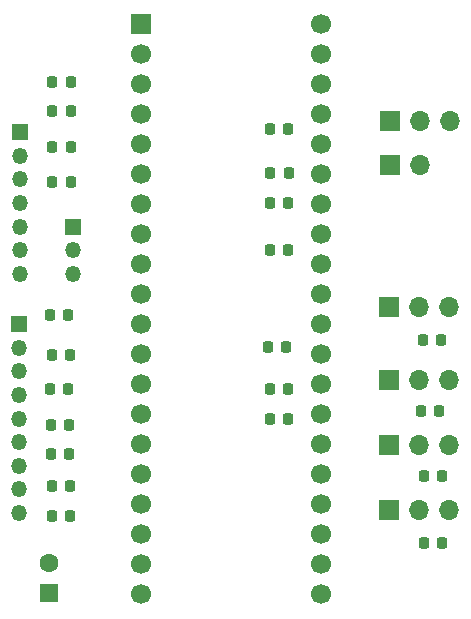
<source format=gbr>
%TF.GenerationSoftware,KiCad,Pcbnew,7.0.2*%
%TF.CreationDate,2023-07-25T22:56:35+09:00*%
%TF.ProjectId,bluepill_yoke,626c7565-7069-46c6-9c5f-796f6b652e6b,rev?*%
%TF.SameCoordinates,Original*%
%TF.FileFunction,Soldermask,Top*%
%TF.FilePolarity,Negative*%
%FSLAX46Y46*%
G04 Gerber Fmt 4.6, Leading zero omitted, Abs format (unit mm)*
G04 Created by KiCad (PCBNEW 7.0.2) date 2023-07-25 22:56:35*
%MOMM*%
%LPD*%
G01*
G04 APERTURE LIST*
G04 Aperture macros list*
%AMRoundRect*
0 Rectangle with rounded corners*
0 $1 Rounding radius*
0 $2 $3 $4 $5 $6 $7 $8 $9 X,Y pos of 4 corners*
0 Add a 4 corners polygon primitive as box body*
4,1,4,$2,$3,$4,$5,$6,$7,$8,$9,$2,$3,0*
0 Add four circle primitives for the rounded corners*
1,1,$1+$1,$2,$3*
1,1,$1+$1,$4,$5*
1,1,$1+$1,$6,$7*
1,1,$1+$1,$8,$9*
0 Add four rect primitives between the rounded corners*
20,1,$1+$1,$2,$3,$4,$5,0*
20,1,$1+$1,$4,$5,$6,$7,0*
20,1,$1+$1,$6,$7,$8,$9,0*
20,1,$1+$1,$8,$9,$2,$3,0*%
G04 Aperture macros list end*
%ADD10O,1.700000X1.700000*%
%ADD11R,1.700000X1.700000*%
%ADD12RoundRect,0.225000X0.225000X0.250000X-0.225000X0.250000X-0.225000X-0.250000X0.225000X-0.250000X0*%
%ADD13RoundRect,0.225000X-0.225000X-0.250000X0.225000X-0.250000X0.225000X0.250000X-0.225000X0.250000X0*%
%ADD14C,1.700000*%
%ADD15C,1.600000*%
%ADD16R,1.600000X1.600000*%
%ADD17O,1.350000X1.350000*%
%ADD18R,1.350000X1.350000*%
G04 APERTURE END LIST*
D10*
%TO.C,J9*%
X123455000Y-62075000D03*
X120915000Y-62075000D03*
D11*
X118375000Y-62075000D03*
%TD*%
D10*
%TO.C,J8*%
X120865000Y-65800000D03*
D11*
X118325000Y-65800000D03*
%TD*%
D12*
%TO.C,C9*%
X89525000Y-84750000D03*
X91075000Y-84750000D03*
%TD*%
D13*
%TO.C,C4*%
X122675000Y-80600000D03*
X121125000Y-80600000D03*
%TD*%
D14*
%TO.C,U1*%
X112524759Y-53860000D03*
X112524759Y-56400000D03*
X112524759Y-58940000D03*
X112524759Y-61480000D03*
X112524759Y-64020000D03*
X112524759Y-66560000D03*
X112524759Y-69100000D03*
X112524759Y-71640000D03*
X112524759Y-74180000D03*
X112524759Y-76720000D03*
X112524759Y-79260000D03*
X112524759Y-81800000D03*
X112524759Y-84340000D03*
X112524759Y-86880000D03*
X112524759Y-89420000D03*
X112524759Y-91960000D03*
X112524759Y-94500000D03*
X112524759Y-97040000D03*
X112524759Y-99580000D03*
X112524759Y-102120000D03*
X97284759Y-102120000D03*
X97284759Y-99580000D03*
X97284759Y-97040000D03*
X97284759Y-94500000D03*
X97284759Y-91960000D03*
X97284759Y-89420000D03*
X97284759Y-86880000D03*
X97284759Y-84340000D03*
X97284759Y-81800000D03*
X97284759Y-79260000D03*
X97284759Y-76720000D03*
X97284759Y-74180000D03*
X97284759Y-71640000D03*
X97284759Y-69100000D03*
X97284759Y-66560000D03*
X97284759Y-64020000D03*
X97284759Y-61480000D03*
X97284759Y-58940000D03*
X97284759Y-56400000D03*
D11*
X97284759Y-53860000D03*
%TD*%
D12*
%TO.C,C8*%
X89725000Y-81900000D03*
X91275000Y-81900000D03*
%TD*%
%TO.C,C19*%
X89750000Y-67250000D03*
X91300000Y-67250000D03*
%TD*%
D13*
%TO.C,C22*%
X109575000Y-81200000D03*
X108025000Y-81200000D03*
%TD*%
%TO.C,C6*%
X109725000Y-69000000D03*
X108175000Y-69000000D03*
%TD*%
%TO.C,C21*%
X109725000Y-84750000D03*
X108175000Y-84750000D03*
%TD*%
D12*
%TO.C,C16*%
X89750000Y-58750000D03*
X91300000Y-58750000D03*
%TD*%
%TO.C,C13*%
X89725000Y-95500000D03*
X91275000Y-95500000D03*
%TD*%
D15*
%TO.C,C23*%
X89450000Y-99500000D03*
D16*
X89450000Y-102000000D03*
%TD*%
D13*
%TO.C,C20*%
X109725000Y-87250000D03*
X108175000Y-87250000D03*
%TD*%
%TO.C,C14*%
X109750000Y-66500000D03*
X108200000Y-66500000D03*
%TD*%
D17*
%TO.C,J7*%
X91500000Y-75000000D03*
X91500000Y-73000000D03*
D18*
X91500000Y-71000000D03*
%TD*%
D12*
%TO.C,C10*%
X89625000Y-87800000D03*
X91175000Y-87800000D03*
%TD*%
D10*
%TO.C,J2*%
X123330000Y-89500000D03*
X120790000Y-89500000D03*
D11*
X118250000Y-89500000D03*
%TD*%
D12*
%TO.C,C7*%
X89525000Y-78500000D03*
X91075000Y-78500000D03*
%TD*%
%TO.C,C18*%
X89750000Y-64250000D03*
X91300000Y-64250000D03*
%TD*%
D13*
%TO.C,C3*%
X122525000Y-86600000D03*
X120975000Y-86600000D03*
%TD*%
D12*
%TO.C,C11*%
X89625000Y-90250000D03*
X91175000Y-90250000D03*
%TD*%
D10*
%TO.C,J4*%
X123380000Y-77800000D03*
X120840000Y-77800000D03*
D11*
X118300000Y-77800000D03*
%TD*%
D13*
%TO.C,C5*%
X109725000Y-73000000D03*
X108175000Y-73000000D03*
%TD*%
D12*
%TO.C,C17*%
X89750000Y-61250000D03*
X91300000Y-61250000D03*
%TD*%
D10*
%TO.C,J3*%
X123330000Y-84000000D03*
X120790000Y-84000000D03*
D11*
X118250000Y-84000000D03*
%TD*%
D13*
%TO.C,C1*%
X122775000Y-97800000D03*
X121225000Y-97800000D03*
%TD*%
D17*
%TO.C,J6*%
X87000000Y-75000000D03*
X87000000Y-73000000D03*
X87000000Y-71000000D03*
X87000000Y-69000000D03*
X87000000Y-67000000D03*
X87000000Y-65000000D03*
D18*
X87000000Y-63000000D03*
%TD*%
D13*
%TO.C,C15*%
X109725000Y-62750000D03*
X108175000Y-62750000D03*
%TD*%
D10*
%TO.C,J1*%
X123330000Y-95000000D03*
X120790000Y-95000000D03*
D11*
X118250000Y-95000000D03*
%TD*%
D17*
%TO.C,J5*%
X86950000Y-95250000D03*
X86950000Y-93250000D03*
X86950000Y-91250000D03*
X86950000Y-89250000D03*
X86950000Y-87250000D03*
X86950000Y-85250000D03*
X86950000Y-83250000D03*
X86950000Y-81250000D03*
D18*
X86950000Y-79250000D03*
%TD*%
D13*
%TO.C,C2*%
X122775000Y-92100000D03*
X121225000Y-92100000D03*
%TD*%
D12*
%TO.C,C12*%
X89725000Y-93000000D03*
X91275000Y-93000000D03*
%TD*%
M02*

</source>
